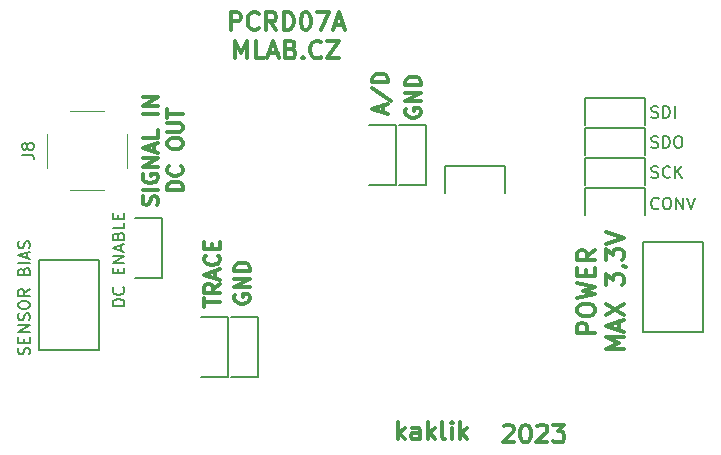
<source format=gbr>
%TF.GenerationSoftware,KiCad,Pcbnew,7.0.8-7.0.8~ubuntu23.04.1*%
%TF.CreationDate,2023-10-24T05:47:13+00:00*%
%TF.ProjectId,PCRD07,50435244-3037-42e6-9b69-6361645f7063,REV*%
%TF.SameCoordinates,PX6bb53e0PY7c5bf00*%
%TF.FileFunction,Legend,Top*%
%TF.FilePolarity,Positive*%
%FSLAX46Y46*%
G04 Gerber Fmt 4.6, Leading zero omitted, Abs format (unit mm)*
G04 Created by KiCad (PCBNEW 7.0.8-7.0.8~ubuntu23.04.1) date 2023-10-24 05:47:13*
%MOMM*%
%LPD*%
G01*
G04 APERTURE LIST*
%ADD10C,0.300000*%
%ADD11C,0.150000*%
%ADD12C,0.120000*%
G04 APERTURE END LIST*
D10*
X21891804Y18175490D02*
X21891804Y18918347D01*
X23191804Y18546919D02*
X21891804Y18546919D01*
X23191804Y20094537D02*
X22572757Y19661204D01*
X23191804Y19351680D02*
X21891804Y19351680D01*
X21891804Y19351680D02*
X21891804Y19846918D01*
X21891804Y19846918D02*
X21953709Y19970728D01*
X21953709Y19970728D02*
X22015614Y20032633D01*
X22015614Y20032633D02*
X22139423Y20094537D01*
X22139423Y20094537D02*
X22325138Y20094537D01*
X22325138Y20094537D02*
X22448947Y20032633D01*
X22448947Y20032633D02*
X22510852Y19970728D01*
X22510852Y19970728D02*
X22572757Y19846918D01*
X22572757Y19846918D02*
X22572757Y19351680D01*
X22820376Y20589776D02*
X22820376Y21208823D01*
X23191804Y20465966D02*
X21891804Y20899299D01*
X21891804Y20899299D02*
X23191804Y21332633D01*
X23067995Y22508823D02*
X23129900Y22446919D01*
X23129900Y22446919D02*
X23191804Y22261204D01*
X23191804Y22261204D02*
X23191804Y22137395D01*
X23191804Y22137395D02*
X23129900Y21951681D01*
X23129900Y21951681D02*
X23006090Y21827871D01*
X23006090Y21827871D02*
X22882280Y21765966D01*
X22882280Y21765966D02*
X22634661Y21704062D01*
X22634661Y21704062D02*
X22448947Y21704062D01*
X22448947Y21704062D02*
X22201328Y21765966D01*
X22201328Y21765966D02*
X22077519Y21827871D01*
X22077519Y21827871D02*
X21953709Y21951681D01*
X21953709Y21951681D02*
X21891804Y22137395D01*
X21891804Y22137395D02*
X21891804Y22261204D01*
X21891804Y22261204D02*
X21953709Y22446919D01*
X21953709Y22446919D02*
X22015614Y22508823D01*
X22510852Y23065966D02*
X22510852Y23499300D01*
X23191804Y23685014D02*
X23191804Y23065966D01*
X23191804Y23065966D02*
X21891804Y23065966D01*
X21891804Y23065966D02*
X21891804Y23685014D01*
X38971709Y34931204D02*
X38909804Y34807394D01*
X38909804Y34807394D02*
X38909804Y34621680D01*
X38909804Y34621680D02*
X38971709Y34435966D01*
X38971709Y34435966D02*
X39095519Y34312156D01*
X39095519Y34312156D02*
X39219328Y34250251D01*
X39219328Y34250251D02*
X39466947Y34188347D01*
X39466947Y34188347D02*
X39652661Y34188347D01*
X39652661Y34188347D02*
X39900280Y34250251D01*
X39900280Y34250251D02*
X40024090Y34312156D01*
X40024090Y34312156D02*
X40147900Y34435966D01*
X40147900Y34435966D02*
X40209804Y34621680D01*
X40209804Y34621680D02*
X40209804Y34745489D01*
X40209804Y34745489D02*
X40147900Y34931204D01*
X40147900Y34931204D02*
X40085995Y34993108D01*
X40085995Y34993108D02*
X39652661Y34993108D01*
X39652661Y34993108D02*
X39652661Y34745489D01*
X40209804Y35550251D02*
X38909804Y35550251D01*
X38909804Y35550251D02*
X40209804Y36293108D01*
X40209804Y36293108D02*
X38909804Y36293108D01*
X40209804Y36912156D02*
X38909804Y36912156D01*
X38909804Y36912156D02*
X38909804Y37221680D01*
X38909804Y37221680D02*
X38971709Y37407394D01*
X38971709Y37407394D02*
X39095519Y37531204D01*
X39095519Y37531204D02*
X39219328Y37593109D01*
X39219328Y37593109D02*
X39466947Y37655013D01*
X39466947Y37655013D02*
X39652661Y37655013D01*
X39652661Y37655013D02*
X39900280Y37593109D01*
X39900280Y37593109D02*
X40024090Y37531204D01*
X40024090Y37531204D02*
X40147900Y37407394D01*
X40147900Y37407394D02*
X40209804Y37221680D01*
X40209804Y37221680D02*
X40209804Y36912156D01*
X24493709Y19183204D02*
X24431804Y19059394D01*
X24431804Y19059394D02*
X24431804Y18873680D01*
X24431804Y18873680D02*
X24493709Y18687966D01*
X24493709Y18687966D02*
X24617519Y18564156D01*
X24617519Y18564156D02*
X24741328Y18502251D01*
X24741328Y18502251D02*
X24988947Y18440347D01*
X24988947Y18440347D02*
X25174661Y18440347D01*
X25174661Y18440347D02*
X25422280Y18502251D01*
X25422280Y18502251D02*
X25546090Y18564156D01*
X25546090Y18564156D02*
X25669900Y18687966D01*
X25669900Y18687966D02*
X25731804Y18873680D01*
X25731804Y18873680D02*
X25731804Y18997489D01*
X25731804Y18997489D02*
X25669900Y19183204D01*
X25669900Y19183204D02*
X25607995Y19245108D01*
X25607995Y19245108D02*
X25174661Y19245108D01*
X25174661Y19245108D02*
X25174661Y18997489D01*
X25731804Y19802251D02*
X24431804Y19802251D01*
X24431804Y19802251D02*
X25731804Y20545108D01*
X25731804Y20545108D02*
X24431804Y20545108D01*
X25731804Y21164156D02*
X24431804Y21164156D01*
X24431804Y21164156D02*
X24431804Y21473680D01*
X24431804Y21473680D02*
X24493709Y21659394D01*
X24493709Y21659394D02*
X24617519Y21783204D01*
X24617519Y21783204D02*
X24741328Y21845109D01*
X24741328Y21845109D02*
X24988947Y21907013D01*
X24988947Y21907013D02*
X25174661Y21907013D01*
X25174661Y21907013D02*
X25422280Y21845109D01*
X25422280Y21845109D02*
X25546090Y21783204D01*
X25546090Y21783204D02*
X25669900Y21659394D01*
X25669900Y21659394D02*
X25731804Y21473680D01*
X25731804Y21473680D02*
X25731804Y21164156D01*
X37044376Y34628061D02*
X37044376Y35247108D01*
X37415804Y34504251D02*
X36115804Y34937584D01*
X36115804Y34937584D02*
X37415804Y35370918D01*
X36053900Y36732823D02*
X37725328Y35618537D01*
X37415804Y37166156D02*
X36115804Y37166156D01*
X36115804Y37166156D02*
X36115804Y37475680D01*
X36115804Y37475680D02*
X36177709Y37661394D01*
X36177709Y37661394D02*
X36301519Y37785204D01*
X36301519Y37785204D02*
X36425328Y37847109D01*
X36425328Y37847109D02*
X36672947Y37909013D01*
X36672947Y37909013D02*
X36858661Y37909013D01*
X36858661Y37909013D02*
X37106280Y37847109D01*
X37106280Y37847109D02*
X37230090Y37785204D01*
X37230090Y37785204D02*
X37353900Y37661394D01*
X37353900Y37661394D02*
X37415804Y37475680D01*
X37415804Y37475680D02*
X37415804Y37166156D01*
X17892400Y26788048D02*
X17954304Y26973762D01*
X17954304Y26973762D02*
X17954304Y27283286D01*
X17954304Y27283286D02*
X17892400Y27407095D01*
X17892400Y27407095D02*
X17830495Y27469000D01*
X17830495Y27469000D02*
X17706685Y27530905D01*
X17706685Y27530905D02*
X17582876Y27530905D01*
X17582876Y27530905D02*
X17459066Y27469000D01*
X17459066Y27469000D02*
X17397161Y27407095D01*
X17397161Y27407095D02*
X17335257Y27283286D01*
X17335257Y27283286D02*
X17273352Y27035667D01*
X17273352Y27035667D02*
X17211447Y26911857D01*
X17211447Y26911857D02*
X17149542Y26849952D01*
X17149542Y26849952D02*
X17025733Y26788048D01*
X17025733Y26788048D02*
X16901923Y26788048D01*
X16901923Y26788048D02*
X16778114Y26849952D01*
X16778114Y26849952D02*
X16716209Y26911857D01*
X16716209Y26911857D02*
X16654304Y27035667D01*
X16654304Y27035667D02*
X16654304Y27345190D01*
X16654304Y27345190D02*
X16716209Y27530905D01*
X17954304Y28088047D02*
X16654304Y28088047D01*
X16716209Y29388048D02*
X16654304Y29264238D01*
X16654304Y29264238D02*
X16654304Y29078524D01*
X16654304Y29078524D02*
X16716209Y28892810D01*
X16716209Y28892810D02*
X16840019Y28769000D01*
X16840019Y28769000D02*
X16963828Y28707095D01*
X16963828Y28707095D02*
X17211447Y28645191D01*
X17211447Y28645191D02*
X17397161Y28645191D01*
X17397161Y28645191D02*
X17644780Y28707095D01*
X17644780Y28707095D02*
X17768590Y28769000D01*
X17768590Y28769000D02*
X17892400Y28892810D01*
X17892400Y28892810D02*
X17954304Y29078524D01*
X17954304Y29078524D02*
X17954304Y29202333D01*
X17954304Y29202333D02*
X17892400Y29388048D01*
X17892400Y29388048D02*
X17830495Y29449952D01*
X17830495Y29449952D02*
X17397161Y29449952D01*
X17397161Y29449952D02*
X17397161Y29202333D01*
X17954304Y30007095D02*
X16654304Y30007095D01*
X16654304Y30007095D02*
X17954304Y30749952D01*
X17954304Y30749952D02*
X16654304Y30749952D01*
X17582876Y31307096D02*
X17582876Y31926143D01*
X17954304Y31183286D02*
X16654304Y31616619D01*
X16654304Y31616619D02*
X17954304Y32049953D01*
X17954304Y33102334D02*
X17954304Y32483286D01*
X17954304Y32483286D02*
X16654304Y32483286D01*
X17954304Y34526143D02*
X16654304Y34526143D01*
X17954304Y35145191D02*
X16654304Y35145191D01*
X16654304Y35145191D02*
X17954304Y35888048D01*
X17954304Y35888048D02*
X16654304Y35888048D01*
X20047304Y28026143D02*
X18747304Y28026143D01*
X18747304Y28026143D02*
X18747304Y28335667D01*
X18747304Y28335667D02*
X18809209Y28521381D01*
X18809209Y28521381D02*
X18933019Y28645191D01*
X18933019Y28645191D02*
X19056828Y28707096D01*
X19056828Y28707096D02*
X19304447Y28769000D01*
X19304447Y28769000D02*
X19490161Y28769000D01*
X19490161Y28769000D02*
X19737780Y28707096D01*
X19737780Y28707096D02*
X19861590Y28645191D01*
X19861590Y28645191D02*
X19985400Y28521381D01*
X19985400Y28521381D02*
X20047304Y28335667D01*
X20047304Y28335667D02*
X20047304Y28026143D01*
X19923495Y30069000D02*
X19985400Y30007096D01*
X19985400Y30007096D02*
X20047304Y29821381D01*
X20047304Y29821381D02*
X20047304Y29697572D01*
X20047304Y29697572D02*
X19985400Y29511858D01*
X19985400Y29511858D02*
X19861590Y29388048D01*
X19861590Y29388048D02*
X19737780Y29326143D01*
X19737780Y29326143D02*
X19490161Y29264239D01*
X19490161Y29264239D02*
X19304447Y29264239D01*
X19304447Y29264239D02*
X19056828Y29326143D01*
X19056828Y29326143D02*
X18933019Y29388048D01*
X18933019Y29388048D02*
X18809209Y29511858D01*
X18809209Y29511858D02*
X18747304Y29697572D01*
X18747304Y29697572D02*
X18747304Y29821381D01*
X18747304Y29821381D02*
X18809209Y30007096D01*
X18809209Y30007096D02*
X18871114Y30069000D01*
X18747304Y31864238D02*
X18747304Y32111857D01*
X18747304Y32111857D02*
X18809209Y32235667D01*
X18809209Y32235667D02*
X18933019Y32359476D01*
X18933019Y32359476D02*
X19180638Y32421381D01*
X19180638Y32421381D02*
X19613971Y32421381D01*
X19613971Y32421381D02*
X19861590Y32359476D01*
X19861590Y32359476D02*
X19985400Y32235667D01*
X19985400Y32235667D02*
X20047304Y32111857D01*
X20047304Y32111857D02*
X20047304Y31864238D01*
X20047304Y31864238D02*
X19985400Y31740429D01*
X19985400Y31740429D02*
X19861590Y31616619D01*
X19861590Y31616619D02*
X19613971Y31554715D01*
X19613971Y31554715D02*
X19180638Y31554715D01*
X19180638Y31554715D02*
X18933019Y31616619D01*
X18933019Y31616619D02*
X18809209Y31740429D01*
X18809209Y31740429D02*
X18747304Y31864238D01*
X18747304Y32978524D02*
X19799685Y32978524D01*
X19799685Y32978524D02*
X19923495Y33040429D01*
X19923495Y33040429D02*
X19985400Y33102334D01*
X19985400Y33102334D02*
X20047304Y33226143D01*
X20047304Y33226143D02*
X20047304Y33473762D01*
X20047304Y33473762D02*
X19985400Y33597572D01*
X19985400Y33597572D02*
X19923495Y33659477D01*
X19923495Y33659477D02*
X19799685Y33721381D01*
X19799685Y33721381D02*
X18747304Y33721381D01*
X18747304Y34154715D02*
X18747304Y34897572D01*
X20047304Y34526144D02*
X18747304Y34526144D01*
X38255142Y6941672D02*
X38255142Y8441672D01*
X38398000Y7513100D02*
X38826571Y6941672D01*
X38826571Y7941672D02*
X38255142Y7370243D01*
X40112286Y6941672D02*
X40112286Y7727386D01*
X40112286Y7727386D02*
X40040857Y7870243D01*
X40040857Y7870243D02*
X39898000Y7941672D01*
X39898000Y7941672D02*
X39612286Y7941672D01*
X39612286Y7941672D02*
X39469428Y7870243D01*
X40112286Y7013100D02*
X39969428Y6941672D01*
X39969428Y6941672D02*
X39612286Y6941672D01*
X39612286Y6941672D02*
X39469428Y7013100D01*
X39469428Y7013100D02*
X39398000Y7155958D01*
X39398000Y7155958D02*
X39398000Y7298815D01*
X39398000Y7298815D02*
X39469428Y7441672D01*
X39469428Y7441672D02*
X39612286Y7513100D01*
X39612286Y7513100D02*
X39969428Y7513100D01*
X39969428Y7513100D02*
X40112286Y7584529D01*
X40826571Y6941672D02*
X40826571Y8441672D01*
X40969429Y7513100D02*
X41398000Y6941672D01*
X41398000Y7941672D02*
X40826571Y7370243D01*
X42255143Y6941672D02*
X42112286Y7013100D01*
X42112286Y7013100D02*
X42040857Y7155958D01*
X42040857Y7155958D02*
X42040857Y8441672D01*
X42826571Y6941672D02*
X42826571Y7941672D01*
X42826571Y8441672D02*
X42755143Y8370243D01*
X42755143Y8370243D02*
X42826571Y8298815D01*
X42826571Y8298815D02*
X42898000Y8370243D01*
X42898000Y8370243D02*
X42826571Y8441672D01*
X42826571Y8441672D02*
X42826571Y8298815D01*
X43540857Y6941672D02*
X43540857Y8441672D01*
X43683715Y7513100D02*
X44112286Y6941672D01*
X44112286Y7941672D02*
X43540857Y7370243D01*
D11*
X59725160Y31673800D02*
X59868017Y31626181D01*
X59868017Y31626181D02*
X60106112Y31626181D01*
X60106112Y31626181D02*
X60201350Y31673800D01*
X60201350Y31673800D02*
X60248969Y31721420D01*
X60248969Y31721420D02*
X60296588Y31816658D01*
X60296588Y31816658D02*
X60296588Y31911896D01*
X60296588Y31911896D02*
X60248969Y32007134D01*
X60248969Y32007134D02*
X60201350Y32054753D01*
X60201350Y32054753D02*
X60106112Y32102372D01*
X60106112Y32102372D02*
X59915636Y32149991D01*
X59915636Y32149991D02*
X59820398Y32197610D01*
X59820398Y32197610D02*
X59772779Y32245229D01*
X59772779Y32245229D02*
X59725160Y32340467D01*
X59725160Y32340467D02*
X59725160Y32435705D01*
X59725160Y32435705D02*
X59772779Y32530943D01*
X59772779Y32530943D02*
X59820398Y32578562D01*
X59820398Y32578562D02*
X59915636Y32626181D01*
X59915636Y32626181D02*
X60153731Y32626181D01*
X60153731Y32626181D02*
X60296588Y32578562D01*
X60725160Y31626181D02*
X60725160Y32626181D01*
X60725160Y32626181D02*
X60963255Y32626181D01*
X60963255Y32626181D02*
X61106112Y32578562D01*
X61106112Y32578562D02*
X61201350Y32483324D01*
X61201350Y32483324D02*
X61248969Y32388086D01*
X61248969Y32388086D02*
X61296588Y32197610D01*
X61296588Y32197610D02*
X61296588Y32054753D01*
X61296588Y32054753D02*
X61248969Y31864277D01*
X61248969Y31864277D02*
X61201350Y31769039D01*
X61201350Y31769039D02*
X61106112Y31673800D01*
X61106112Y31673800D02*
X60963255Y31626181D01*
X60963255Y31626181D02*
X60725160Y31626181D01*
X61915636Y32626181D02*
X62106112Y32626181D01*
X62106112Y32626181D02*
X62201350Y32578562D01*
X62201350Y32578562D02*
X62296588Y32483324D01*
X62296588Y32483324D02*
X62344207Y32292848D01*
X62344207Y32292848D02*
X62344207Y31959515D01*
X62344207Y31959515D02*
X62296588Y31769039D01*
X62296588Y31769039D02*
X62201350Y31673800D01*
X62201350Y31673800D02*
X62106112Y31626181D01*
X62106112Y31626181D02*
X61915636Y31626181D01*
X61915636Y31626181D02*
X61820398Y31673800D01*
X61820398Y31673800D02*
X61725160Y31769039D01*
X61725160Y31769039D02*
X61677541Y31959515D01*
X61677541Y31959515D02*
X61677541Y32292848D01*
X61677541Y32292848D02*
X61725160Y32483324D01*
X61725160Y32483324D02*
X61820398Y32578562D01*
X61820398Y32578562D02*
X61915636Y32626181D01*
X60344207Y26514420D02*
X60296588Y26466800D01*
X60296588Y26466800D02*
X60153731Y26419181D01*
X60153731Y26419181D02*
X60058493Y26419181D01*
X60058493Y26419181D02*
X59915636Y26466800D01*
X59915636Y26466800D02*
X59820398Y26562039D01*
X59820398Y26562039D02*
X59772779Y26657277D01*
X59772779Y26657277D02*
X59725160Y26847753D01*
X59725160Y26847753D02*
X59725160Y26990610D01*
X59725160Y26990610D02*
X59772779Y27181086D01*
X59772779Y27181086D02*
X59820398Y27276324D01*
X59820398Y27276324D02*
X59915636Y27371562D01*
X59915636Y27371562D02*
X60058493Y27419181D01*
X60058493Y27419181D02*
X60153731Y27419181D01*
X60153731Y27419181D02*
X60296588Y27371562D01*
X60296588Y27371562D02*
X60344207Y27323943D01*
X60963255Y27419181D02*
X61153731Y27419181D01*
X61153731Y27419181D02*
X61248969Y27371562D01*
X61248969Y27371562D02*
X61344207Y27276324D01*
X61344207Y27276324D02*
X61391826Y27085848D01*
X61391826Y27085848D02*
X61391826Y26752515D01*
X61391826Y26752515D02*
X61344207Y26562039D01*
X61344207Y26562039D02*
X61248969Y26466800D01*
X61248969Y26466800D02*
X61153731Y26419181D01*
X61153731Y26419181D02*
X60963255Y26419181D01*
X60963255Y26419181D02*
X60868017Y26466800D01*
X60868017Y26466800D02*
X60772779Y26562039D01*
X60772779Y26562039D02*
X60725160Y26752515D01*
X60725160Y26752515D02*
X60725160Y27085848D01*
X60725160Y27085848D02*
X60772779Y27276324D01*
X60772779Y27276324D02*
X60868017Y27371562D01*
X60868017Y27371562D02*
X60963255Y27419181D01*
X61820398Y26419181D02*
X61820398Y27419181D01*
X61820398Y27419181D02*
X62391826Y26419181D01*
X62391826Y26419181D02*
X62391826Y27419181D01*
X62725160Y27419181D02*
X63058493Y26419181D01*
X63058493Y26419181D02*
X63391826Y27419181D01*
D10*
X24114714Y41612672D02*
X24114714Y43112672D01*
X24114714Y43112672D02*
X24686143Y43112672D01*
X24686143Y43112672D02*
X24829000Y43041243D01*
X24829000Y43041243D02*
X24900429Y42969815D01*
X24900429Y42969815D02*
X24971857Y42826958D01*
X24971857Y42826958D02*
X24971857Y42612672D01*
X24971857Y42612672D02*
X24900429Y42469815D01*
X24900429Y42469815D02*
X24829000Y42398386D01*
X24829000Y42398386D02*
X24686143Y42326958D01*
X24686143Y42326958D02*
X24114714Y42326958D01*
X26471857Y41755529D02*
X26400429Y41684100D01*
X26400429Y41684100D02*
X26186143Y41612672D01*
X26186143Y41612672D02*
X26043286Y41612672D01*
X26043286Y41612672D02*
X25829000Y41684100D01*
X25829000Y41684100D02*
X25686143Y41826958D01*
X25686143Y41826958D02*
X25614714Y41969815D01*
X25614714Y41969815D02*
X25543286Y42255529D01*
X25543286Y42255529D02*
X25543286Y42469815D01*
X25543286Y42469815D02*
X25614714Y42755529D01*
X25614714Y42755529D02*
X25686143Y42898386D01*
X25686143Y42898386D02*
X25829000Y43041243D01*
X25829000Y43041243D02*
X26043286Y43112672D01*
X26043286Y43112672D02*
X26186143Y43112672D01*
X26186143Y43112672D02*
X26400429Y43041243D01*
X26400429Y43041243D02*
X26471857Y42969815D01*
X27971857Y41612672D02*
X27471857Y42326958D01*
X27114714Y41612672D02*
X27114714Y43112672D01*
X27114714Y43112672D02*
X27686143Y43112672D01*
X27686143Y43112672D02*
X27829000Y43041243D01*
X27829000Y43041243D02*
X27900429Y42969815D01*
X27900429Y42969815D02*
X27971857Y42826958D01*
X27971857Y42826958D02*
X27971857Y42612672D01*
X27971857Y42612672D02*
X27900429Y42469815D01*
X27900429Y42469815D02*
X27829000Y42398386D01*
X27829000Y42398386D02*
X27686143Y42326958D01*
X27686143Y42326958D02*
X27114714Y42326958D01*
X28614714Y41612672D02*
X28614714Y43112672D01*
X28614714Y43112672D02*
X28971857Y43112672D01*
X28971857Y43112672D02*
X29186143Y43041243D01*
X29186143Y43041243D02*
X29329000Y42898386D01*
X29329000Y42898386D02*
X29400429Y42755529D01*
X29400429Y42755529D02*
X29471857Y42469815D01*
X29471857Y42469815D02*
X29471857Y42255529D01*
X29471857Y42255529D02*
X29400429Y41969815D01*
X29400429Y41969815D02*
X29329000Y41826958D01*
X29329000Y41826958D02*
X29186143Y41684100D01*
X29186143Y41684100D02*
X28971857Y41612672D01*
X28971857Y41612672D02*
X28614714Y41612672D01*
X30400429Y43112672D02*
X30543286Y43112672D01*
X30543286Y43112672D02*
X30686143Y43041243D01*
X30686143Y43041243D02*
X30757572Y42969815D01*
X30757572Y42969815D02*
X30829000Y42826958D01*
X30829000Y42826958D02*
X30900429Y42541243D01*
X30900429Y42541243D02*
X30900429Y42184100D01*
X30900429Y42184100D02*
X30829000Y41898386D01*
X30829000Y41898386D02*
X30757572Y41755529D01*
X30757572Y41755529D02*
X30686143Y41684100D01*
X30686143Y41684100D02*
X30543286Y41612672D01*
X30543286Y41612672D02*
X30400429Y41612672D01*
X30400429Y41612672D02*
X30257572Y41684100D01*
X30257572Y41684100D02*
X30186143Y41755529D01*
X30186143Y41755529D02*
X30114714Y41898386D01*
X30114714Y41898386D02*
X30043286Y42184100D01*
X30043286Y42184100D02*
X30043286Y42541243D01*
X30043286Y42541243D02*
X30114714Y42826958D01*
X30114714Y42826958D02*
X30186143Y42969815D01*
X30186143Y42969815D02*
X30257572Y43041243D01*
X30257572Y43041243D02*
X30400429Y43112672D01*
X31400428Y43112672D02*
X32400428Y43112672D01*
X32400428Y43112672D02*
X31757571Y41612672D01*
X32900428Y42041243D02*
X33614714Y42041243D01*
X32757571Y41612672D02*
X33257571Y43112672D01*
X33257571Y43112672D02*
X33757571Y41612672D01*
D11*
X59725160Y34213800D02*
X59868017Y34166181D01*
X59868017Y34166181D02*
X60106112Y34166181D01*
X60106112Y34166181D02*
X60201350Y34213800D01*
X60201350Y34213800D02*
X60248969Y34261420D01*
X60248969Y34261420D02*
X60296588Y34356658D01*
X60296588Y34356658D02*
X60296588Y34451896D01*
X60296588Y34451896D02*
X60248969Y34547134D01*
X60248969Y34547134D02*
X60201350Y34594753D01*
X60201350Y34594753D02*
X60106112Y34642372D01*
X60106112Y34642372D02*
X59915636Y34689991D01*
X59915636Y34689991D02*
X59820398Y34737610D01*
X59820398Y34737610D02*
X59772779Y34785229D01*
X59772779Y34785229D02*
X59725160Y34880467D01*
X59725160Y34880467D02*
X59725160Y34975705D01*
X59725160Y34975705D02*
X59772779Y35070943D01*
X59772779Y35070943D02*
X59820398Y35118562D01*
X59820398Y35118562D02*
X59915636Y35166181D01*
X59915636Y35166181D02*
X60153731Y35166181D01*
X60153731Y35166181D02*
X60296588Y35118562D01*
X60725160Y34166181D02*
X60725160Y35166181D01*
X60725160Y35166181D02*
X60963255Y35166181D01*
X60963255Y35166181D02*
X61106112Y35118562D01*
X61106112Y35118562D02*
X61201350Y35023324D01*
X61201350Y35023324D02*
X61248969Y34928086D01*
X61248969Y34928086D02*
X61296588Y34737610D01*
X61296588Y34737610D02*
X61296588Y34594753D01*
X61296588Y34594753D02*
X61248969Y34404277D01*
X61248969Y34404277D02*
X61201350Y34309039D01*
X61201350Y34309039D02*
X61106112Y34213800D01*
X61106112Y34213800D02*
X60963255Y34166181D01*
X60963255Y34166181D02*
X60725160Y34166181D01*
X61725160Y34166181D02*
X61725160Y35166181D01*
X15109819Y18243780D02*
X14109819Y18243780D01*
X14109819Y18243780D02*
X14109819Y18481875D01*
X14109819Y18481875D02*
X14157438Y18624732D01*
X14157438Y18624732D02*
X14252676Y18719970D01*
X14252676Y18719970D02*
X14347914Y18767589D01*
X14347914Y18767589D02*
X14538390Y18815208D01*
X14538390Y18815208D02*
X14681247Y18815208D01*
X14681247Y18815208D02*
X14871723Y18767589D01*
X14871723Y18767589D02*
X14966961Y18719970D01*
X14966961Y18719970D02*
X15062200Y18624732D01*
X15062200Y18624732D02*
X15109819Y18481875D01*
X15109819Y18481875D02*
X15109819Y18243780D01*
X15014580Y19815208D02*
X15062200Y19767589D01*
X15062200Y19767589D02*
X15109819Y19624732D01*
X15109819Y19624732D02*
X15109819Y19529494D01*
X15109819Y19529494D02*
X15062200Y19386637D01*
X15062200Y19386637D02*
X14966961Y19291399D01*
X14966961Y19291399D02*
X14871723Y19243780D01*
X14871723Y19243780D02*
X14681247Y19196161D01*
X14681247Y19196161D02*
X14538390Y19196161D01*
X14538390Y19196161D02*
X14347914Y19243780D01*
X14347914Y19243780D02*
X14252676Y19291399D01*
X14252676Y19291399D02*
X14157438Y19386637D01*
X14157438Y19386637D02*
X14109819Y19529494D01*
X14109819Y19529494D02*
X14109819Y19624732D01*
X14109819Y19624732D02*
X14157438Y19767589D01*
X14157438Y19767589D02*
X14205057Y19815208D01*
X14586009Y21005685D02*
X14586009Y21339018D01*
X15109819Y21481875D02*
X15109819Y21005685D01*
X15109819Y21005685D02*
X14109819Y21005685D01*
X14109819Y21005685D02*
X14109819Y21481875D01*
X15109819Y21910447D02*
X14109819Y21910447D01*
X14109819Y21910447D02*
X15109819Y22481875D01*
X15109819Y22481875D02*
X14109819Y22481875D01*
X14824104Y22910447D02*
X14824104Y23386637D01*
X15109819Y22815209D02*
X14109819Y23148542D01*
X14109819Y23148542D02*
X15109819Y23481875D01*
X14586009Y24148542D02*
X14633628Y24291399D01*
X14633628Y24291399D02*
X14681247Y24339018D01*
X14681247Y24339018D02*
X14776485Y24386637D01*
X14776485Y24386637D02*
X14919342Y24386637D01*
X14919342Y24386637D02*
X15014580Y24339018D01*
X15014580Y24339018D02*
X15062200Y24291399D01*
X15062200Y24291399D02*
X15109819Y24196161D01*
X15109819Y24196161D02*
X15109819Y23815209D01*
X15109819Y23815209D02*
X14109819Y23815209D01*
X14109819Y23815209D02*
X14109819Y24148542D01*
X14109819Y24148542D02*
X14157438Y24243780D01*
X14157438Y24243780D02*
X14205057Y24291399D01*
X14205057Y24291399D02*
X14300295Y24339018D01*
X14300295Y24339018D02*
X14395533Y24339018D01*
X14395533Y24339018D02*
X14490771Y24291399D01*
X14490771Y24291399D02*
X14538390Y24243780D01*
X14538390Y24243780D02*
X14586009Y24148542D01*
X14586009Y24148542D02*
X14586009Y23815209D01*
X15109819Y25291399D02*
X15109819Y24815209D01*
X15109819Y24815209D02*
X14109819Y24815209D01*
X14586009Y25624733D02*
X14586009Y25958066D01*
X15109819Y26100923D02*
X15109819Y25624733D01*
X15109819Y25624733D02*
X14109819Y25624733D01*
X14109819Y25624733D02*
X14109819Y26100923D01*
D10*
X24507571Y39199672D02*
X24507571Y40699672D01*
X24507571Y40699672D02*
X25007571Y39628243D01*
X25007571Y39628243D02*
X25507571Y40699672D01*
X25507571Y40699672D02*
X25507571Y39199672D01*
X26936143Y39199672D02*
X26221857Y39199672D01*
X26221857Y39199672D02*
X26221857Y40699672D01*
X27364715Y39628243D02*
X28079001Y39628243D01*
X27221858Y39199672D02*
X27721858Y40699672D01*
X27721858Y40699672D02*
X28221858Y39199672D01*
X29221857Y39985386D02*
X29436143Y39913958D01*
X29436143Y39913958D02*
X29507572Y39842529D01*
X29507572Y39842529D02*
X29579000Y39699672D01*
X29579000Y39699672D02*
X29579000Y39485386D01*
X29579000Y39485386D02*
X29507572Y39342529D01*
X29507572Y39342529D02*
X29436143Y39271100D01*
X29436143Y39271100D02*
X29293286Y39199672D01*
X29293286Y39199672D02*
X28721857Y39199672D01*
X28721857Y39199672D02*
X28721857Y40699672D01*
X28721857Y40699672D02*
X29221857Y40699672D01*
X29221857Y40699672D02*
X29364715Y40628243D01*
X29364715Y40628243D02*
X29436143Y40556815D01*
X29436143Y40556815D02*
X29507572Y40413958D01*
X29507572Y40413958D02*
X29507572Y40271100D01*
X29507572Y40271100D02*
X29436143Y40128243D01*
X29436143Y40128243D02*
X29364715Y40056815D01*
X29364715Y40056815D02*
X29221857Y39985386D01*
X29221857Y39985386D02*
X28721857Y39985386D01*
X30221857Y39342529D02*
X30293286Y39271100D01*
X30293286Y39271100D02*
X30221857Y39199672D01*
X30221857Y39199672D02*
X30150429Y39271100D01*
X30150429Y39271100D02*
X30221857Y39342529D01*
X30221857Y39342529D02*
X30221857Y39199672D01*
X31793286Y39342529D02*
X31721858Y39271100D01*
X31721858Y39271100D02*
X31507572Y39199672D01*
X31507572Y39199672D02*
X31364715Y39199672D01*
X31364715Y39199672D02*
X31150429Y39271100D01*
X31150429Y39271100D02*
X31007572Y39413958D01*
X31007572Y39413958D02*
X30936143Y39556815D01*
X30936143Y39556815D02*
X30864715Y39842529D01*
X30864715Y39842529D02*
X30864715Y40056815D01*
X30864715Y40056815D02*
X30936143Y40342529D01*
X30936143Y40342529D02*
X31007572Y40485386D01*
X31007572Y40485386D02*
X31150429Y40628243D01*
X31150429Y40628243D02*
X31364715Y40699672D01*
X31364715Y40699672D02*
X31507572Y40699672D01*
X31507572Y40699672D02*
X31721858Y40628243D01*
X31721858Y40628243D02*
X31793286Y40556815D01*
X32293286Y40699672D02*
X33293286Y40699672D01*
X33293286Y40699672D02*
X32293286Y39199672D01*
X32293286Y39199672D02*
X33293286Y39199672D01*
X54969828Y15966714D02*
X53469828Y15966714D01*
X53469828Y15966714D02*
X53469828Y16538143D01*
X53469828Y16538143D02*
X53541257Y16681000D01*
X53541257Y16681000D02*
X53612685Y16752429D01*
X53612685Y16752429D02*
X53755542Y16823857D01*
X53755542Y16823857D02*
X53969828Y16823857D01*
X53969828Y16823857D02*
X54112685Y16752429D01*
X54112685Y16752429D02*
X54184114Y16681000D01*
X54184114Y16681000D02*
X54255542Y16538143D01*
X54255542Y16538143D02*
X54255542Y15966714D01*
X53469828Y17752429D02*
X53469828Y18038143D01*
X53469828Y18038143D02*
X53541257Y18181000D01*
X53541257Y18181000D02*
X53684114Y18323857D01*
X53684114Y18323857D02*
X53969828Y18395286D01*
X53969828Y18395286D02*
X54469828Y18395286D01*
X54469828Y18395286D02*
X54755542Y18323857D01*
X54755542Y18323857D02*
X54898400Y18181000D01*
X54898400Y18181000D02*
X54969828Y18038143D01*
X54969828Y18038143D02*
X54969828Y17752429D01*
X54969828Y17752429D02*
X54898400Y17609571D01*
X54898400Y17609571D02*
X54755542Y17466714D01*
X54755542Y17466714D02*
X54469828Y17395286D01*
X54469828Y17395286D02*
X53969828Y17395286D01*
X53969828Y17395286D02*
X53684114Y17466714D01*
X53684114Y17466714D02*
X53541257Y17609571D01*
X53541257Y17609571D02*
X53469828Y17752429D01*
X53469828Y18895286D02*
X54969828Y19252429D01*
X54969828Y19252429D02*
X53898400Y19538143D01*
X53898400Y19538143D02*
X54969828Y19823858D01*
X54969828Y19823858D02*
X53469828Y20181000D01*
X54184114Y20752429D02*
X54184114Y21252429D01*
X54969828Y21466715D02*
X54969828Y20752429D01*
X54969828Y20752429D02*
X53469828Y20752429D01*
X53469828Y20752429D02*
X53469828Y21466715D01*
X54969828Y22966715D02*
X54255542Y22466715D01*
X54969828Y22109572D02*
X53469828Y22109572D01*
X53469828Y22109572D02*
X53469828Y22681001D01*
X53469828Y22681001D02*
X53541257Y22823858D01*
X53541257Y22823858D02*
X53612685Y22895287D01*
X53612685Y22895287D02*
X53755542Y22966715D01*
X53755542Y22966715D02*
X53969828Y22966715D01*
X53969828Y22966715D02*
X54112685Y22895287D01*
X54112685Y22895287D02*
X54184114Y22823858D01*
X54184114Y22823858D02*
X54255542Y22681001D01*
X54255542Y22681001D02*
X54255542Y22109572D01*
X57384828Y14573858D02*
X55884828Y14573858D01*
X55884828Y14573858D02*
X56956257Y15073858D01*
X56956257Y15073858D02*
X55884828Y15573858D01*
X55884828Y15573858D02*
X57384828Y15573858D01*
X56956257Y16216716D02*
X56956257Y16931001D01*
X57384828Y16073859D02*
X55884828Y16573859D01*
X55884828Y16573859D02*
X57384828Y17073859D01*
X55884828Y17431001D02*
X57384828Y18431001D01*
X55884828Y18431001D02*
X57384828Y17431001D01*
X55884828Y20002429D02*
X55884828Y20931001D01*
X55884828Y20931001D02*
X56456257Y20431001D01*
X56456257Y20431001D02*
X56456257Y20645286D01*
X56456257Y20645286D02*
X56527685Y20788143D01*
X56527685Y20788143D02*
X56599114Y20859572D01*
X56599114Y20859572D02*
X56741971Y20931001D01*
X56741971Y20931001D02*
X57099114Y20931001D01*
X57099114Y20931001D02*
X57241971Y20859572D01*
X57241971Y20859572D02*
X57313400Y20788143D01*
X57313400Y20788143D02*
X57384828Y20645286D01*
X57384828Y20645286D02*
X57384828Y20216715D01*
X57384828Y20216715D02*
X57313400Y20073858D01*
X57313400Y20073858D02*
X57241971Y20002429D01*
X57313400Y21645286D02*
X57384828Y21645286D01*
X57384828Y21645286D02*
X57527685Y21573857D01*
X57527685Y21573857D02*
X57599114Y21502429D01*
X55884828Y22145286D02*
X55884828Y23073858D01*
X55884828Y23073858D02*
X56456257Y22573858D01*
X56456257Y22573858D02*
X56456257Y22788143D01*
X56456257Y22788143D02*
X56527685Y22931000D01*
X56527685Y22931000D02*
X56599114Y23002429D01*
X56599114Y23002429D02*
X56741971Y23073858D01*
X56741971Y23073858D02*
X57099114Y23073858D01*
X57099114Y23073858D02*
X57241971Y23002429D01*
X57241971Y23002429D02*
X57313400Y22931000D01*
X57313400Y22931000D02*
X57384828Y22788143D01*
X57384828Y22788143D02*
X57384828Y22359572D01*
X57384828Y22359572D02*
X57313400Y22216715D01*
X57313400Y22216715D02*
X57241971Y22145286D01*
X55884828Y23502429D02*
X57384828Y24002429D01*
X57384828Y24002429D02*
X55884828Y24502429D01*
D11*
X59725160Y29133800D02*
X59868017Y29086181D01*
X59868017Y29086181D02*
X60106112Y29086181D01*
X60106112Y29086181D02*
X60201350Y29133800D01*
X60201350Y29133800D02*
X60248969Y29181420D01*
X60248969Y29181420D02*
X60296588Y29276658D01*
X60296588Y29276658D02*
X60296588Y29371896D01*
X60296588Y29371896D02*
X60248969Y29467134D01*
X60248969Y29467134D02*
X60201350Y29514753D01*
X60201350Y29514753D02*
X60106112Y29562372D01*
X60106112Y29562372D02*
X59915636Y29609991D01*
X59915636Y29609991D02*
X59820398Y29657610D01*
X59820398Y29657610D02*
X59772779Y29705229D01*
X59772779Y29705229D02*
X59725160Y29800467D01*
X59725160Y29800467D02*
X59725160Y29895705D01*
X59725160Y29895705D02*
X59772779Y29990943D01*
X59772779Y29990943D02*
X59820398Y30038562D01*
X59820398Y30038562D02*
X59915636Y30086181D01*
X59915636Y30086181D02*
X60153731Y30086181D01*
X60153731Y30086181D02*
X60296588Y30038562D01*
X61296588Y29181420D02*
X61248969Y29133800D01*
X61248969Y29133800D02*
X61106112Y29086181D01*
X61106112Y29086181D02*
X61010874Y29086181D01*
X61010874Y29086181D02*
X60868017Y29133800D01*
X60868017Y29133800D02*
X60772779Y29229039D01*
X60772779Y29229039D02*
X60725160Y29324277D01*
X60725160Y29324277D02*
X60677541Y29514753D01*
X60677541Y29514753D02*
X60677541Y29657610D01*
X60677541Y29657610D02*
X60725160Y29848086D01*
X60725160Y29848086D02*
X60772779Y29943324D01*
X60772779Y29943324D02*
X60868017Y30038562D01*
X60868017Y30038562D02*
X61010874Y30086181D01*
X61010874Y30086181D02*
X61106112Y30086181D01*
X61106112Y30086181D02*
X61248969Y30038562D01*
X61248969Y30038562D02*
X61296588Y29990943D01*
X61725160Y29086181D02*
X61725160Y30086181D01*
X62296588Y29086181D02*
X61868017Y29657610D01*
X62296588Y30086181D02*
X61725160Y29514753D01*
D10*
X47212572Y8044815D02*
X47284000Y8116243D01*
X47284000Y8116243D02*
X47426858Y8187672D01*
X47426858Y8187672D02*
X47784000Y8187672D01*
X47784000Y8187672D02*
X47926858Y8116243D01*
X47926858Y8116243D02*
X47998286Y8044815D01*
X47998286Y8044815D02*
X48069715Y7901958D01*
X48069715Y7901958D02*
X48069715Y7759100D01*
X48069715Y7759100D02*
X47998286Y7544815D01*
X47998286Y7544815D02*
X47141143Y6687672D01*
X47141143Y6687672D02*
X48069715Y6687672D01*
X48998286Y8187672D02*
X49141143Y8187672D01*
X49141143Y8187672D02*
X49284000Y8116243D01*
X49284000Y8116243D02*
X49355429Y8044815D01*
X49355429Y8044815D02*
X49426857Y7901958D01*
X49426857Y7901958D02*
X49498286Y7616243D01*
X49498286Y7616243D02*
X49498286Y7259100D01*
X49498286Y7259100D02*
X49426857Y6973386D01*
X49426857Y6973386D02*
X49355429Y6830529D01*
X49355429Y6830529D02*
X49284000Y6759100D01*
X49284000Y6759100D02*
X49141143Y6687672D01*
X49141143Y6687672D02*
X48998286Y6687672D01*
X48998286Y6687672D02*
X48855429Y6759100D01*
X48855429Y6759100D02*
X48784000Y6830529D01*
X48784000Y6830529D02*
X48712571Y6973386D01*
X48712571Y6973386D02*
X48641143Y7259100D01*
X48641143Y7259100D02*
X48641143Y7616243D01*
X48641143Y7616243D02*
X48712571Y7901958D01*
X48712571Y7901958D02*
X48784000Y8044815D01*
X48784000Y8044815D02*
X48855429Y8116243D01*
X48855429Y8116243D02*
X48998286Y8187672D01*
X50069714Y8044815D02*
X50141142Y8116243D01*
X50141142Y8116243D02*
X50284000Y8187672D01*
X50284000Y8187672D02*
X50641142Y8187672D01*
X50641142Y8187672D02*
X50784000Y8116243D01*
X50784000Y8116243D02*
X50855428Y8044815D01*
X50855428Y8044815D02*
X50926857Y7901958D01*
X50926857Y7901958D02*
X50926857Y7759100D01*
X50926857Y7759100D02*
X50855428Y7544815D01*
X50855428Y7544815D02*
X49998285Y6687672D01*
X49998285Y6687672D02*
X50926857Y6687672D01*
X51426856Y8187672D02*
X52355428Y8187672D01*
X52355428Y8187672D02*
X51855428Y7616243D01*
X51855428Y7616243D02*
X52069713Y7616243D01*
X52069713Y7616243D02*
X52212571Y7544815D01*
X52212571Y7544815D02*
X52283999Y7473386D01*
X52283999Y7473386D02*
X52355428Y7330529D01*
X52355428Y7330529D02*
X52355428Y6973386D01*
X52355428Y6973386D02*
X52283999Y6830529D01*
X52283999Y6830529D02*
X52212571Y6759100D01*
X52212571Y6759100D02*
X52069713Y6687672D01*
X52069713Y6687672D02*
X51641142Y6687672D01*
X51641142Y6687672D02*
X51498285Y6759100D01*
X51498285Y6759100D02*
X51426856Y6830529D01*
D11*
X7061200Y14132161D02*
X7108819Y14275018D01*
X7108819Y14275018D02*
X7108819Y14513113D01*
X7108819Y14513113D02*
X7061200Y14608351D01*
X7061200Y14608351D02*
X7013580Y14655970D01*
X7013580Y14655970D02*
X6918342Y14703589D01*
X6918342Y14703589D02*
X6823104Y14703589D01*
X6823104Y14703589D02*
X6727866Y14655970D01*
X6727866Y14655970D02*
X6680247Y14608351D01*
X6680247Y14608351D02*
X6632628Y14513113D01*
X6632628Y14513113D02*
X6585009Y14322637D01*
X6585009Y14322637D02*
X6537390Y14227399D01*
X6537390Y14227399D02*
X6489771Y14179780D01*
X6489771Y14179780D02*
X6394533Y14132161D01*
X6394533Y14132161D02*
X6299295Y14132161D01*
X6299295Y14132161D02*
X6204057Y14179780D01*
X6204057Y14179780D02*
X6156438Y14227399D01*
X6156438Y14227399D02*
X6108819Y14322637D01*
X6108819Y14322637D02*
X6108819Y14560732D01*
X6108819Y14560732D02*
X6156438Y14703589D01*
X6585009Y15132161D02*
X6585009Y15465494D01*
X7108819Y15608351D02*
X7108819Y15132161D01*
X7108819Y15132161D02*
X6108819Y15132161D01*
X6108819Y15132161D02*
X6108819Y15608351D01*
X7108819Y16036923D02*
X6108819Y16036923D01*
X6108819Y16036923D02*
X7108819Y16608351D01*
X7108819Y16608351D02*
X6108819Y16608351D01*
X7061200Y17036923D02*
X7108819Y17179780D01*
X7108819Y17179780D02*
X7108819Y17417875D01*
X7108819Y17417875D02*
X7061200Y17513113D01*
X7061200Y17513113D02*
X7013580Y17560732D01*
X7013580Y17560732D02*
X6918342Y17608351D01*
X6918342Y17608351D02*
X6823104Y17608351D01*
X6823104Y17608351D02*
X6727866Y17560732D01*
X6727866Y17560732D02*
X6680247Y17513113D01*
X6680247Y17513113D02*
X6632628Y17417875D01*
X6632628Y17417875D02*
X6585009Y17227399D01*
X6585009Y17227399D02*
X6537390Y17132161D01*
X6537390Y17132161D02*
X6489771Y17084542D01*
X6489771Y17084542D02*
X6394533Y17036923D01*
X6394533Y17036923D02*
X6299295Y17036923D01*
X6299295Y17036923D02*
X6204057Y17084542D01*
X6204057Y17084542D02*
X6156438Y17132161D01*
X6156438Y17132161D02*
X6108819Y17227399D01*
X6108819Y17227399D02*
X6108819Y17465494D01*
X6108819Y17465494D02*
X6156438Y17608351D01*
X6108819Y18227399D02*
X6108819Y18417875D01*
X6108819Y18417875D02*
X6156438Y18513113D01*
X6156438Y18513113D02*
X6251676Y18608351D01*
X6251676Y18608351D02*
X6442152Y18655970D01*
X6442152Y18655970D02*
X6775485Y18655970D01*
X6775485Y18655970D02*
X6965961Y18608351D01*
X6965961Y18608351D02*
X7061200Y18513113D01*
X7061200Y18513113D02*
X7108819Y18417875D01*
X7108819Y18417875D02*
X7108819Y18227399D01*
X7108819Y18227399D02*
X7061200Y18132161D01*
X7061200Y18132161D02*
X6965961Y18036923D01*
X6965961Y18036923D02*
X6775485Y17989304D01*
X6775485Y17989304D02*
X6442152Y17989304D01*
X6442152Y17989304D02*
X6251676Y18036923D01*
X6251676Y18036923D02*
X6156438Y18132161D01*
X6156438Y18132161D02*
X6108819Y18227399D01*
X7108819Y19655970D02*
X6632628Y19322637D01*
X7108819Y19084542D02*
X6108819Y19084542D01*
X6108819Y19084542D02*
X6108819Y19465494D01*
X6108819Y19465494D02*
X6156438Y19560732D01*
X6156438Y19560732D02*
X6204057Y19608351D01*
X6204057Y19608351D02*
X6299295Y19655970D01*
X6299295Y19655970D02*
X6442152Y19655970D01*
X6442152Y19655970D02*
X6537390Y19608351D01*
X6537390Y19608351D02*
X6585009Y19560732D01*
X6585009Y19560732D02*
X6632628Y19465494D01*
X6632628Y19465494D02*
X6632628Y19084542D01*
X6585009Y21179780D02*
X6632628Y21322637D01*
X6632628Y21322637D02*
X6680247Y21370256D01*
X6680247Y21370256D02*
X6775485Y21417875D01*
X6775485Y21417875D02*
X6918342Y21417875D01*
X6918342Y21417875D02*
X7013580Y21370256D01*
X7013580Y21370256D02*
X7061200Y21322637D01*
X7061200Y21322637D02*
X7108819Y21227399D01*
X7108819Y21227399D02*
X7108819Y20846447D01*
X7108819Y20846447D02*
X6108819Y20846447D01*
X6108819Y20846447D02*
X6108819Y21179780D01*
X6108819Y21179780D02*
X6156438Y21275018D01*
X6156438Y21275018D02*
X6204057Y21322637D01*
X6204057Y21322637D02*
X6299295Y21370256D01*
X6299295Y21370256D02*
X6394533Y21370256D01*
X6394533Y21370256D02*
X6489771Y21322637D01*
X6489771Y21322637D02*
X6537390Y21275018D01*
X6537390Y21275018D02*
X6585009Y21179780D01*
X6585009Y21179780D02*
X6585009Y20846447D01*
X7108819Y21846447D02*
X6108819Y21846447D01*
X6823104Y22275018D02*
X6823104Y22751208D01*
X7108819Y22179780D02*
X6108819Y22513113D01*
X6108819Y22513113D02*
X7108819Y22846446D01*
X7061200Y23132161D02*
X7108819Y23275018D01*
X7108819Y23275018D02*
X7108819Y23513113D01*
X7108819Y23513113D02*
X7061200Y23608351D01*
X7061200Y23608351D02*
X7013580Y23655970D01*
X7013580Y23655970D02*
X6918342Y23703589D01*
X6918342Y23703589D02*
X6823104Y23703589D01*
X6823104Y23703589D02*
X6727866Y23655970D01*
X6727866Y23655970D02*
X6680247Y23608351D01*
X6680247Y23608351D02*
X6632628Y23513113D01*
X6632628Y23513113D02*
X6585009Y23322637D01*
X6585009Y23322637D02*
X6537390Y23227399D01*
X6537390Y23227399D02*
X6489771Y23179780D01*
X6489771Y23179780D02*
X6394533Y23132161D01*
X6394533Y23132161D02*
X6299295Y23132161D01*
X6299295Y23132161D02*
X6204057Y23179780D01*
X6204057Y23179780D02*
X6156438Y23227399D01*
X6156438Y23227399D02*
X6108819Y23322637D01*
X6108819Y23322637D02*
X6108819Y23560732D01*
X6108819Y23560732D02*
X6156438Y23703589D01*
X6439819Y31035667D02*
X7154104Y31035667D01*
X7154104Y31035667D02*
X7296961Y30988048D01*
X7296961Y30988048D02*
X7392200Y30892810D01*
X7392200Y30892810D02*
X7439819Y30749953D01*
X7439819Y30749953D02*
X7439819Y30654715D01*
X6868390Y31654715D02*
X6820771Y31559477D01*
X6820771Y31559477D02*
X6773152Y31511858D01*
X6773152Y31511858D02*
X6677914Y31464239D01*
X6677914Y31464239D02*
X6630295Y31464239D01*
X6630295Y31464239D02*
X6535057Y31511858D01*
X6535057Y31511858D02*
X6487438Y31559477D01*
X6487438Y31559477D02*
X6439819Y31654715D01*
X6439819Y31654715D02*
X6439819Y31845191D01*
X6439819Y31845191D02*
X6487438Y31940429D01*
X6487438Y31940429D02*
X6535057Y31988048D01*
X6535057Y31988048D02*
X6630295Y32035667D01*
X6630295Y32035667D02*
X6677914Y32035667D01*
X6677914Y32035667D02*
X6773152Y31988048D01*
X6773152Y31988048D02*
X6820771Y31940429D01*
X6820771Y31940429D02*
X6868390Y31845191D01*
X6868390Y31845191D02*
X6868390Y31654715D01*
X6868390Y31654715D02*
X6916009Y31559477D01*
X6916009Y31559477D02*
X6963628Y31511858D01*
X6963628Y31511858D02*
X7058866Y31464239D01*
X7058866Y31464239D02*
X7249342Y31464239D01*
X7249342Y31464239D02*
X7344580Y31511858D01*
X7344580Y31511858D02*
X7392200Y31559477D01*
X7392200Y31559477D02*
X7439819Y31654715D01*
X7439819Y31654715D02*
X7439819Y31845191D01*
X7439819Y31845191D02*
X7392200Y31940429D01*
X7392200Y31940429D02*
X7344580Y31988048D01*
X7344580Y31988048D02*
X7249342Y32035667D01*
X7249342Y32035667D02*
X7058866Y32035667D01*
X7058866Y32035667D02*
X6963628Y31988048D01*
X6963628Y31988048D02*
X6916009Y31940429D01*
X6916009Y31940429D02*
X6868390Y31845191D01*
D12*
%TO.C,J8*%
X10488000Y28014000D02*
X13388000Y28014000D01*
X8583000Y29919000D02*
X8583000Y32819000D01*
X15293000Y29919000D02*
X15293000Y32819000D01*
X10488000Y34724000D02*
X13388000Y34724000D01*
D11*
%TO.C,J1*%
X64135000Y16002000D02*
X59055000Y16002000D01*
X64135000Y23622000D02*
X64135000Y16002000D01*
X59055000Y16002000D02*
X59055000Y23622000D01*
X59055000Y23622000D02*
X64135000Y23622000D01*
%TO.C,J2*%
X26416000Y12192000D02*
X24130000Y12192000D01*
X24130000Y17272000D02*
X26416000Y17272000D01*
X26416000Y17272000D02*
X26416000Y12192000D01*
%TO.C,J3*%
X23876000Y12192000D02*
X21590000Y12192000D01*
X21590000Y17272000D02*
X23876000Y17272000D01*
X23876000Y17272000D02*
X23876000Y12192000D01*
%TO.C,J5*%
X40640000Y28448000D02*
X38354000Y28448000D01*
X38354000Y33528000D02*
X40640000Y33528000D01*
X40640000Y33528000D02*
X40640000Y28448000D01*
%TO.C,J6*%
X38100000Y28448000D02*
X35814000Y28448000D01*
X35814000Y33528000D02*
X38100000Y33528000D01*
X38100000Y33528000D02*
X38100000Y28448000D01*
%TO.C,J7*%
X59182000Y33274000D02*
X59182000Y30988000D01*
X54102000Y30988000D02*
X54102000Y33274000D01*
X54102000Y33274000D02*
X59182000Y33274000D01*
%TO.C,J10*%
X59182000Y28194000D02*
X59182000Y25908000D01*
X54102000Y25908000D02*
X54102000Y28194000D01*
X54102000Y28194000D02*
X59182000Y28194000D01*
%TO.C,J9*%
X59182000Y35814000D02*
X59182000Y33528000D01*
X54102000Y33528000D02*
X54102000Y35814000D01*
X54102000Y35814000D02*
X59182000Y35814000D01*
%TO.C,J4*%
X59182000Y30734000D02*
X59182000Y28448000D01*
X54102000Y28448000D02*
X54102000Y30734000D01*
X54102000Y30734000D02*
X59182000Y30734000D01*
%TO.C,J11*%
X47371000Y30099000D02*
X47371000Y27813000D01*
X42291000Y27813000D02*
X42291000Y30099000D01*
X42291000Y30099000D02*
X47371000Y30099000D01*
%TO.C,J12*%
X7874000Y22098000D02*
X12954000Y22098000D01*
X7874000Y14478000D02*
X7874000Y22098000D01*
X12954000Y22098000D02*
X12954000Y14478000D01*
X12954000Y14478000D02*
X7874000Y14478000D01*
%TO.C,J13*%
X18288000Y20574000D02*
X16002000Y20574000D01*
X16002000Y25654000D02*
X18288000Y25654000D01*
X18288000Y25654000D02*
X18288000Y20574000D01*
%TD*%
M02*

</source>
